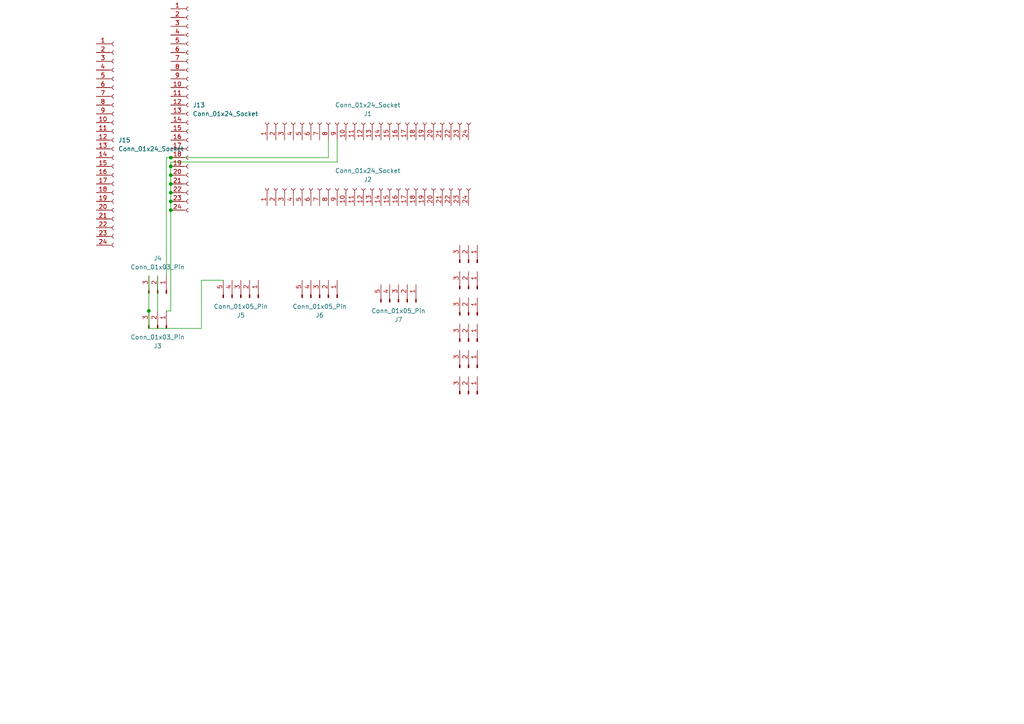
<source format=kicad_sch>
(kicad_sch (version 20230121) (generator eeschema)
  (paper "A4")
  (lib_symbols
    (symbol "Connector:Conn_01x03_Pin" (pin_names (offset 1.016) hide)
      (property "Reference" "J" (at 0 5.08 0))
      (property "Value" "Conn_01x03_Pin" (at 0 -5.08 0))
      (symbol "Conn_01x03_Pin_1_1"
        (polyline (pts (xy 1.27 -2.54) (xy 0.8636 -2.54)) (stroke (width 0.1524)))
        (polyline (pts (xy 1.27 0) (xy 0.8636 0)) (stroke (width 0.1524)))
        (polyline (pts (xy 1.27 2.54) (xy 0.8636 2.54)) (stroke (width 0.1524)))
        (rectangle (start 0.8636 -2.413) (end 0 -2.667) (stroke (width 0.1524)) (fill (type outline)))
        (rectangle (start 0.8636 0.127) (end 0 -0.127) (stroke (width 0.1524)) (fill (type outline)))
        (rectangle (start 0.8636 2.667) (end 0 2.413) (stroke (width 0.1524)) (fill (type outline)))
        (pin passive line (at 5.08 2.54 180) (length 3.81) (name "Pin_1") (number "1"))
        (pin passive line (at 5.08 0 180) (length 3.81) (name "Pin_2") (number "2"))
        (pin passive line (at 5.08 -2.54 180) (length 3.81) (name "Pin_3") (number "3"))
      )
    )
    (symbol "Connector:Conn_01x05_Pin" (pin_names (offset 1.016) hide)
      (property "Reference" "J" (at 0 7.62 0))
      (property "Value" "Conn_01x05_Pin" (at 0 -7.62 0))
      (symbol "Conn_01x05_Pin_1_1"
        (polyline (pts (xy 1.27 -5.08) (xy 0.8636 -5.08)) (stroke (width 0.1524)))
        (polyline (pts (xy 1.27 -2.54) (xy 0.8636 -2.54)) (stroke (width 0.1524)))
        (polyline (pts (xy 1.27 0) (xy 0.8636 0)) (stroke (width 0.1524)))
        (polyline (pts (xy 1.27 2.54) (xy 0.8636 2.54)) (stroke (width 0.1524)))
        (polyline (pts (xy 1.27 5.08) (xy 0.8636 5.08)) (stroke (width 0.1524)))
        (rectangle (start 0.8636 -4.953) (end 0 -5.207) (stroke (width 0.1524)) (fill (type outline)))
        (rectangle (start 0.8636 -2.413) (end 0 -2.667) (stroke (width 0.1524)) (fill (type outline)))
        (rectangle (start 0.8636 0.127) (end 0 -0.127) (stroke (width 0.1524)) (fill (type outline)))
        (rectangle (start 0.8636 2.667) (end 0 2.413) (stroke (width 0.1524)) (fill (type outline)))
        (rectangle (start 0.8636 5.207) (end 0 4.953) (stroke (width 0.1524)) (fill (type outline)))
        (pin passive line (at 5.08 5.08 180) (length 3.81) (name "Pin_1") (number "1"))
        (pin passive line (at 5.08 2.54 180) (length 3.81) (name "Pin_2") (number "2"))
        (pin passive line (at 5.08 0 180) (length 3.81) (name "Pin_3") (number "3"))
        (pin passive line (at 5.08 -2.54 180) (length 3.81) (name "Pin_4") (number "4"))
        (pin passive line (at 5.08 -5.08 180) (length 3.81) (name "Pin_5") (number "5"))
      )
    )
    (symbol "Connector:Conn_01x24_Socket" (pin_names (offset 1.016) hide)
      (property "Reference" "J" (at 0 30.48 0))
      (property "Value" "Conn_01x24_Socket" (at 0 -33.02 0))
      (symbol "Conn_01x24_Socket_1_1"
        (arc (start 0 -29.972) (mid -0.5058 -30.48) (end 0 -30.988) (stroke (width 0.1524)))
        (arc (start 0 -27.432) (mid -0.5058 -27.94) (end 0 -28.448) (stroke (width 0.1524)))
        (arc (start 0 -24.892) (mid -0.5058 -25.4) (end 0 -25.908) (stroke (width 0.1524)))
        (arc (start 0 -22.352) (mid -0.5058 -22.86) (end 0 -23.368) (stroke (width 0.1524)))
        (arc (start 0 -19.812) (mid -0.5058 -20.32) (end 0 -20.828) (stroke (width 0.1524)))
        (arc (start 0 -17.272) (mid -0.5058 -17.78) (end 0 -18.288) (stroke (width 0.1524)))
        (arc (start 0 -14.732) (mid -0.5058 -15.24) (end 0 -15.748) (stroke (width 0.1524)))
        (arc (start 0 -12.192) (mid -0.5058 -12.7) (end 0 -13.208) (stroke (width 0.1524)))
        (arc (start 0 -9.652) (mid -0.5058 -10.16) (end 0 -10.668) (stroke (width 0.1524)))
        (arc (start 0 -7.112) (mid -0.5058 -7.62) (end 0 -8.128) (stroke (width 0.1524)))
        (arc (start 0 -4.572) (mid -0.5058 -5.08) (end 0 -5.588) (stroke (width 0.1524)))
        (arc (start 0 -2.032) (mid -0.5058 -2.54) (end 0 -3.048) (stroke (width 0.1524)))
        (polyline (pts (xy -1.27 -30.48) (xy -0.508 -30.48)) (stroke (width 0.1524)))
        (polyline (pts (xy -1.27 -27.94) (xy -0.508 -27.94)) (stroke (width 0.1524)))
        (polyline (pts (xy -1.27 -25.4) (xy -0.508 -25.4)) (stroke (width 0.1524)))
        (polyline (pts (xy -1.27 -22.86) (xy -0.508 -22.86)) (stroke (width 0.1524)))
        (polyline (pts (xy -1.27 -20.32) (xy -0.508 -20.32)) (stroke (width 0.1524)))
        (polyline (pts (xy -1.27 -17.78) (xy -0.508 -17.78)) (stroke (width 0.1524)))
        (polyline (pts (xy -1.27 -15.24) (xy -0.508 -15.24)) (stroke (width 0.1524)))
        (polyline (pts (xy -1.27 -12.7) (xy -0.508 -12.7)) (stroke (width 0.1524)))
        (polyline (pts (xy -1.27 -10.16) (xy -0.508 -10.16)) (stroke (width 0.1524)))
        (polyline (pts (xy -1.27 -7.62) (xy -0.508 -7.62)) (stroke (width 0.1524)))
        (polyline (pts (xy -1.27 -5.08) (xy -0.508 -5.08)) (stroke (width 0.1524)))
        (polyline (pts (xy -1.27 -2.54) (xy -0.508 -2.54)) (stroke (width 0.1524)))
        (polyline (pts (xy -1.27 0) (xy -0.508 0)) (stroke (width 0.1524)))
        (polyline (pts (xy -1.27 2.54) (xy -0.508 2.54)) (stroke (width 0.1524)))
        (polyline (pts (xy -1.27 5.08) (xy -0.508 5.08)) (stroke (width 0.1524)))
        (polyline (pts (xy -1.27 7.62) (xy -0.508 7.62)) (stroke (width 0.1524)))
        (polyline (pts (xy -1.27 10.16) (xy -0.508 10.16)) (stroke (width 0.1524)))
        (polyline (pts (xy -1.27 12.7) (xy -0.508 12.7)) (stroke (width 0.1524)))
        (polyline (pts (xy -1.27 15.24) (xy -0.508 15.24)) (stroke (width 0.1524)))
        (polyline (pts (xy -1.27 17.78) (xy -0.508 17.78)) (stroke (width 0.1524)))
        (polyline (pts (xy -1.27 20.32) (xy -0.508 20.32)) (stroke (width 0.1524)))
        (polyline (pts (xy -1.27 22.86) (xy -0.508 22.86)) (stroke (width 0.1524)))
        (polyline (pts (xy -1.27 25.4) (xy -0.508 25.4)) (stroke (width 0.1524)))
        (polyline (pts (xy -1.27 27.94) (xy -0.508 27.94)) (stroke (width 0.1524)))
        (arc (start 0 0.508) (mid -0.5058 0) (end 0 -0.508) (stroke (width 0.1524)))
        (arc (start 0 3.048) (mid -0.5058 2.54) (end 0 2.032) (stroke (width 0.1524)))
        (arc (start 0 5.588) (mid -0.5058 5.08) (end 0 4.572) (stroke (width 0.1524)))
        (arc (start 0 8.128) (mid -0.5058 7.62) (end 0 7.112) (stroke (width 0.1524)))
        (arc (start 0 10.668) (mid -0.5058 10.16) (end 0 9.652) (stroke (width 0.1524)))
        (arc (start 0 13.208) (mid -0.5058 12.7) (end 0 12.192) (stroke (width 0.1524)))
        (arc (start 0 15.748) (mid -0.5058 15.24) (end 0 14.732) (stroke (width 0.1524)))
        (arc (start 0 18.288) (mid -0.5058 17.78) (end 0 17.272) (stroke (width 0.1524)))
        (arc (start 0 20.828) (mid -0.5058 20.32) (end 0 19.812) (stroke (width 0.1524)))
        (arc (start 0 23.368) (mid -0.5058 22.86) (end 0 22.352) (stroke (width 0.1524)))
        (arc (start 0 25.908) (mid -0.5058 25.4) (end 0 24.892) (stroke (width 0.1524)))
        (arc (start 0 28.448) (mid -0.5058 27.94) (end 0 27.432) (stroke (width 0.1524)))
        (pin passive line (at -5.08 27.94 0) (length 3.81) (name "Pin_1") (number "1"))
        (pin passive line (at -5.08 5.08 0) (length 3.81) (name "Pin_10") (number "10"))
        (pin passive line (at -5.08 2.54 0) (length 3.81) (name "Pin_11") (number "11"))
        (pin passive line (at -5.08 0 0) (length 3.81) (name "Pin_12") (number "12"))
        (pin passive line (at -5.08 -2.54 0) (length 3.81) (name "Pin_13") (number "13"))
        (pin passive line (at -5.08 -5.08 0) (length 3.81) (name "Pin_14") (number "14"))
        (pin passive line (at -5.08 -7.62 0) (length 3.81) (name "Pin_15") (number "15"))
        (pin passive line (at -5.08 -10.16 0) (length 3.81) (name "Pin_16") (number "16"))
        (pin passive line (at -5.08 -12.7 0) (length 3.81) (name "Pin_17") (number "17"))
        (pin passive line (at -5.08 -15.24 0) (length 3.81) (name "Pin_18") (number "18"))
        (pin passive line (at -5.08 -17.78 0) (length 3.81) (name "Pin_19") (number "19"))
        (pin passive line (at -5.08 25.4 0) (length 3.81) (name "Pin_2") (number "2"))
        (pin passive line (at -5.08 -20.32 0) (length 3.81) (name "Pin_20") (number "20"))
        (pin passive line (at -5.08 -22.86 0) (length 3.81) (name "Pin_21") (number "21"))
        (pin passive line (at -5.08 -25.4 0) (length 3.81) (name "Pin_22") (number "22"))
        (pin passive line (at -5.08 -27.94 0) (length 3.81) (name "Pin_23") (number "23"))
        (pin passive line (at -5.08 -30.48 0) (length 3.81) (name "Pin_24") (number "24"))
        (pin passive line (at -5.08 22.86 0) (length 3.81) (name "Pin_3") (number "3"))
        (pin passive line (at -5.08 20.32 0) (length 3.81) (name "Pin_4") (number "4"))
        (pin passive line (at -5.08 17.78 0) (length 3.81) (name "Pin_5") (number "5"))
        (pin passive line (at -5.08 15.24 0) (length 3.81) (name "Pin_6") (number "6"))
        (pin passive line (at -5.08 12.7 0) (length 3.81) (name "Pin_7") (number "7"))
        (pin passive line (at -5.08 10.16 0) (length 3.81) (name "Pin_8") (number "8"))
        (pin passive line (at -5.08 7.62 0) (length 3.81) (name "Pin_9") (number "9"))
      )
    )
  )
  (junction (at 49.53 50.8))
  (junction (at 49.53 45.72))
  (junction (at 43.18 90.17))
  (junction (at 49.53 53.34))
  (junction (at 49.53 60.96))
  (junction (at 49.53 58.42))
  (junction (at 49.53 48.26))
  (junction (at 49.53 55.88))
  (wire (pts (xy 49.53 53.34) (xy 49.53 55.88)))
  (wire (pts (xy 43.18 80.01) (xy 43.18 90.17)))
  (wire (pts (xy 49.53 46.99) (xy 49.53 48.26)))
  (wire (pts (xy 49.53 90.17) (xy 48.26 90.17)))
  (wire (pts (xy 95.25 45.72) (xy 49.53 45.72)))
  (wire (pts (xy 45.72 80.01) (xy 45.72 90.17)))
  (wire (pts (xy 49.53 50.8) (xy 49.53 53.34)))
  (wire (pts (xy 49.53 60.96) (xy 49.53 90.17)))
  (wire (pts (xy 95.25 40.64) (xy 95.25 45.72)))
  (wire (pts (xy 97.79 46.99) (xy 49.53 46.99)))
  (wire (pts (xy 49.53 55.88) (xy 49.53 58.42)))
  (wire (pts (xy 43.18 90.17) (xy 43.18 95.25)))
  (wire (pts (xy 58.42 81.28) (xy 64.77 81.28)))
  (wire (pts (xy 43.18 95.25) (xy 58.42 95.25)))
  (wire (pts (xy 97.79 40.64) (xy 97.79 46.99)))
  (wire (pts (xy 48.26 45.72) (xy 48.26 80.01)))
  (wire (pts (xy 49.53 58.42) (xy 49.53 60.96)))
  (wire (pts (xy 49.53 45.72) (xy 48.26 45.72)))
  (wire (pts (xy 49.53 48.26) (xy 49.53 50.8)))
  (wire (pts (xy 58.42 95.25) (xy 58.42 81.28)))
  (symbol (lib_id "Connector:Conn_01x03_Pin") (at 135.89 99.06 270) (mirror x) (unit 1)
    (property "Reference" "J10" (effects hide))
    (property "Value" "Conn_01x03_Pin" (effects hide))
  )
  (symbol (lib_id "Connector:Conn_01x05_Pin") (at 115.57 87.63 270) (mirror x) (unit 1)
    (property "Reference" "J7" (at 115.57 92.71 90))
    (property "Value" "Conn_01x05_Pin" (at 115.57 90.17 90))
  )
  (symbol (lib_id "Connector:Conn_01x05_Pin") (at 69.85 86.36 270) (mirror x) (unit 1)
    (property "Reference" "J5" (at 69.85 91.44 90))
    (property "Value" "Conn_01x05_Pin" (at 69.85 88.9 90))
  )
  (symbol (lib_id "Connector:Conn_01x05_Pin") (at 92.71 86.36 270) (mirror x) (unit 1)
    (property "Reference" "J6" (at 92.71 91.44 90))
    (property "Value" "Conn_01x05_Pin" (at 92.71 88.9 90))
  )
  (symbol (lib_id "Connector:Conn_01x24_Socket") (at 105.41 35.56 90) (unit 1)
    (property "Reference" "J1" (at 106.68 33.02 90))
    (property "Value" "Conn_01x24_Socket" (at 106.68 30.48 90))
  )
  (symbol (lib_id "Connector:Conn_01x03_Pin") (at 135.89 91.44 270) (mirror x) (unit 1)
    (property "Reference" "J14" (effects hide))
    (property "Value" "Conn_01x03_Pin" (effects hide))
  )
  (symbol (lib_id "Connector:Conn_01x03_Pin") (at 135.89 76.2 270) (mirror x) (unit 1)
    (property "Reference" "J12" (effects hide))
    (property "Value" "Conn_01x03_Pin" (effects hide))
  )
  (symbol (lib_id "Connector:Conn_01x24_Socket") (at 54.61 30.48 0) (unit 1)
    (property "Reference" "J13" (at 55.88 30.48 0) (effects (justify left)))
    (property "Value" "Conn_01x24_Socket" (at 55.88 33.02 0) (effects (justify left)))
    (property "Footprint" "Connector_PinHeader_1.00mm:PinHeader_1x24_P1.00mm_Horizontal" (effects hide))
  )
  (symbol (lib_id "Connector:Conn_01x03_Pin") (at 45.72 85.09 270) (mirror x) (unit 1)
    (property "Reference" "J4" (at 45.72 74.93 90))
    (property "Value" "Conn_01x03_Pin" (at 45.72 77.47 90))
  )
  (symbol (lib_id "Connector:Conn_01x03_Pin") (at 135.89 83.82 270) (mirror x) (unit 1)
    (property "Reference" "J11" (effects hide))
    (property "Value" "Conn_01x03_Pin" (effects hide))
  )
  (symbol (lib_id "Connector:Conn_01x03_Pin") (at 45.72 95.25 270) (mirror x) (unit 1)
    (property "Reference" "J3" (at 45.72 100.33 90))
    (property "Value" "Conn_01x03_Pin" (at 45.72 97.79 90))
  )
  (symbol (lib_id "Connector:Conn_01x03_Pin") (at 135.89 114.3 270) (mirror x) (unit 1)
    (property "Reference" "J8" (effects hide))
    (property "Value" "Conn_01x03_Pin" (effects hide))
  )
  (symbol (lib_id "Connector:Conn_01x03_Pin") (at 135.89 106.68 270) (mirror x) (unit 1)
    (property "Reference" "J9" (effects hide))
    (property "Value" "Conn_01x03_Pin" (effects hide))
  )
  (symbol (lib_id "Connector:Conn_01x24_Socket") (at 33.02 40.64 0) (unit 1)
    (property "Reference" "J15" (at 34.29 40.64 0) (effects (justify left)))
    (property "Value" "Conn_01x24_Socket" (at 34.29 43.18 0) (effects (justify left)))
    (property "Footprint" "Connector_PinHeader_1.00mm:PinHeader_1x24_P1.00mm_Horizontal" (effects hide))
  )
  (symbol (lib_id "Connector:Conn_01x24_Socket") (at 105.41 54.61 90) (unit 1)
    (property "Reference" "J2" (at 106.68 52.07 90))
    (property "Value" "Conn_01x24_Socket" (at 106.68 49.53 90))
  )
)
</source>
